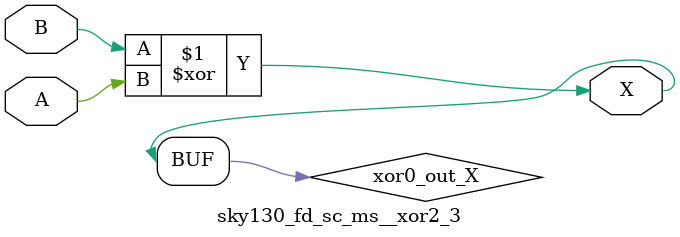
<source format=v>
module sky130_fd_sc_ms__xor2_3 (
    X,
    A,
    B
);
    output X;
    input  A;
    input  B;
    wire xor0_out_X;
    xor xor0 (xor0_out_X, B, A           );
    buf buf0 (X         , xor0_out_X     );
endmodule
</source>
